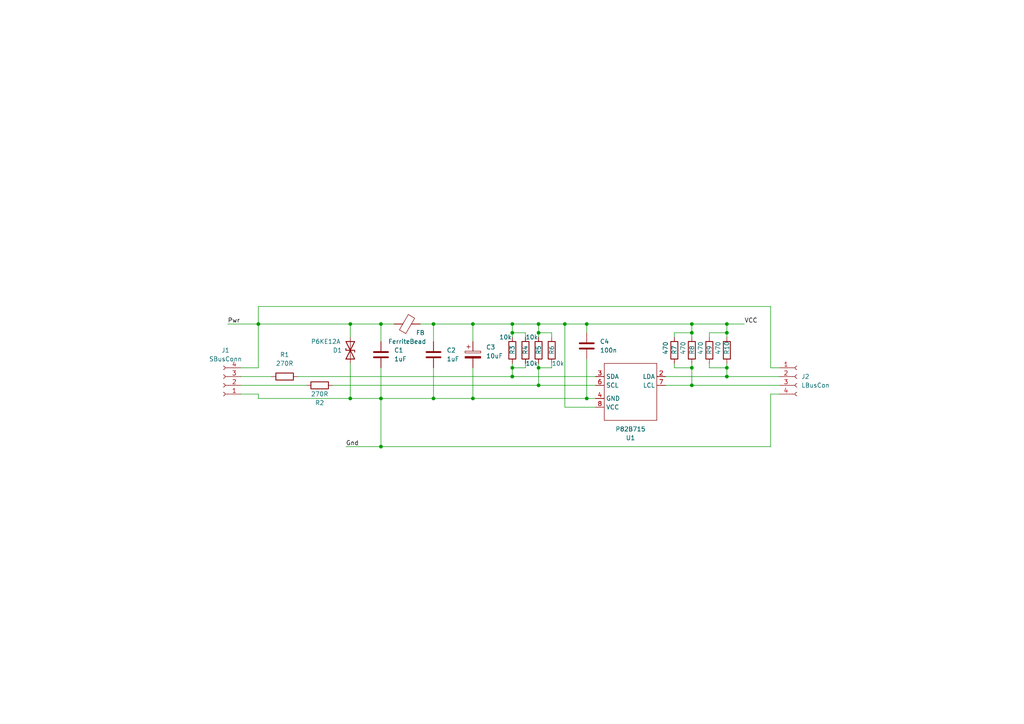
<source format=kicad_sch>
(kicad_sch (version 20211123) (generator eeschema)
  (paper "A4")
  (lib_symbols
    (symbol "Connector:Conn_01x04_Female" (pin_names (offset 1.016) hide)
      (property "Reference" "J" (at 0 5.08 0))
      (property "Value" "Conn_01x04_Female" (at 0 -7.62 0))
      (symbol "Conn_01x04_Female_1_1"
        (arc (start 0 -4.572) (mid -0.508 -5.08) (end 0 -5.588) (stroke (width 0.1524)))
        (arc (start 0 -2.032) (mid -0.508 -2.54) (end 0 -3.048) (stroke (width 0.1524)))
        (polyline (pts (xy -1.27 -5.08) (xy -0.508 -5.08)) (stroke (width 0.1524)))
        (polyline (pts (xy -1.27 -2.54) (xy -0.508 -2.54)) (stroke (width 0.1524)))
        (polyline (pts (xy -1.27 0) (xy -0.508 0)) (stroke (width 0.1524)))
        (polyline (pts (xy -1.27 2.54) (xy -0.508 2.54)) (stroke (width 0.1524)))
        (arc (start 0 0.508) (mid -0.508 0) (end 0 -0.508) (stroke (width 0.1524)))
        (arc (start 0 3.048) (mid -0.508 2.54) (end 0 2.032) (stroke (width 0.1524)))
        (pin passive line (at -5.08 2.54 0) (length 3.81) (name "Pin_1") (number "1"))
        (pin passive line (at -5.08 0 0) (length 3.81) (name "Pin_2") (number "2"))
        (pin passive line (at -5.08 -2.54 0) (length 3.81) (name "Pin_3") (number "3"))
        (pin passive line (at -5.08 -5.08 0) (length 3.81) (name "Pin_4") (number "4"))
      )
    )
    (symbol "Device:C" (pin_numbers hide) (pin_names (offset 0.254))
      (property "Reference" "C" (at 0.635 2.54 0))
      (property "Value" "C" (at 0.635 -2.54 0))
      (symbol "C_0_1"
        (polyline (pts (xy -2.032 -0.762) (xy 2.032 -0.762)) (stroke (width 0.508)))
        (polyline (pts (xy -2.032 0.762) (xy 2.032 0.762)) (stroke (width 0.508)))
      )
      (symbol "C_1_1"
        (pin passive line (at 0 3.81 270) (length 2.794) (name "~") (number "1"))
        (pin passive line (at 0 -3.81 90) (length 2.794) (name "~") (number "2"))
      )
    )
    (symbol "Device:C_Polarized" (pin_numbers hide) (pin_names (offset 0.254))
      (property "Reference" "C" (at 0.635 2.54 0))
      (property "Value" "C_Polarized" (at 0.635 -2.54 0))
      (symbol "C_Polarized_0_1"
        (rectangle (start -2.286 0.508) (end 2.286 1.016))
        (polyline (pts (xy -1.778 2.286) (xy -0.762 2.286)))
        (polyline (pts (xy -1.27 2.794) (xy -1.27 1.778)))
        (rectangle (start 2.286 -0.508) (end -2.286 -1.016) (fill (type outline)))
      )
      (symbol "C_Polarized_1_1"
        (pin passive line (at 0 3.81 270) (length 2.794) (name "~") (number "1"))
        (pin passive line (at 0 -3.81 90) (length 2.794) (name "~") (number "2"))
      )
    )
    (symbol "Device:D_TVS" (pin_numbers hide) (pin_names (offset 1.016) hide)
      (property "Reference" "D" (at 0 2.54 0))
      (property "Value" "D_TVS" (at 0 -2.54 0))
      (symbol "D_TVS_0_1"
        (polyline (pts (xy 1.27 0) (xy -1.27 0)))
        (polyline (pts (xy 0.508 1.27) (xy 0 1.27) (xy 0 -1.27) (xy -0.508 -1.27)) (stroke (width 0.254)))
        (polyline (pts (xy -2.54 1.27) (xy -2.54 -1.27) (xy 2.54 1.27) (xy 2.54 -1.27) (xy -2.54 1.27)) (stroke (width 0.254)))
      )
      (symbol "D_TVS_1_1"
        (pin passive line (at -3.81 0 0) (length 2.54) (name "A1") (number "1"))
        (pin passive line (at 3.81 0 180) (length 2.54) (name "A2") (number "2"))
      )
    )
    (symbol "Device:FerriteBead" (pin_numbers hide) (pin_names (offset 0))
      (property "Reference" "FB" (at -3.81 0.635 90))
      (property "Value" "FerriteBead" (at 3.81 0 90))
      (symbol "FerriteBead_0_1"
        (polyline (pts (xy 0 -1.27) (xy 0 -1.2192)))
        (polyline (pts (xy 0 1.27) (xy 0 1.2954)))
        (polyline (pts (xy -2.7686 0.4064) (xy -1.7018 2.2606) (xy 2.7686 -0.3048) (xy 1.6764 -2.159) (xy -2.7686 0.4064)))
      )
      (symbol "FerriteBead_1_1"
        (pin passive line (at 0 3.81 270) (length 2.54) (name "~") (number "1"))
        (pin passive line (at 0 -3.81 90) (length 2.54) (name "~") (number "2"))
      )
    )
    (symbol "Device:R" (pin_numbers hide) (pin_names (offset 0))
      (property "Reference" "R" (at 2.032 0 90))
      (property "Value" "R" (at 0 0 90))
      (symbol "R_0_1"
        (rectangle (start -1.016 -2.54) (end 1.016 2.54) (stroke (width 0.254)))
      )
      (symbol "R_1_1"
        (pin passive line (at 0 3.81 270) (length 1.27) (name "~") (number "1"))
        (pin passive line (at 0 -3.81 90) (length 1.27) (name "~") (number "2"))
      )
    )
    (symbol "I2CBusExtender:P82B715"
      (property "Reference" "U" (at 0 0 0))
      (property "Value" "P82B715" (at 0 -16.51 0))
      (symbol "P82B715_0_1"
        (rectangle (start -7.62 -1.27) (end 7.62 -17.78) (stroke (width 0.1524)))
      )
      (symbol "P82B715_1_1"
        (pin bidirectional line (at 10.16 -5.08 180) (length 2.54) (name "LDA") (number "2"))
        (pin bidirectional line (at -10.16 -5.08 0) (length 2.54) (name "SDA") (number "3"))
        (pin power_in line (at -10.16 -11.43 0) (length 2.54) (name "GND") (number "4"))
        (pin bidirectional line (at -10.16 -7.62 0) (length 2.54) (name "SCL") (number "6"))
        (pin bidirectional line (at 10.16 -7.62 180) (length 2.54) (name "LCL") (number "7"))
        (pin power_in line (at -10.16 -13.97 0) (length 2.54) (name "VCC") (number "8"))
      )
    )
  )
  (junction (at 200.66 93.98))
  (junction (at 156.21 111.76))
  (junction (at 200.66 111.76))
  (junction (at 163.83 93.98))
  (junction (at 148.59 106.68))
  (junction (at 148.59 93.98))
  (junction (at 101.6 115.57))
  (junction (at 200.66 96.52))
  (junction (at 101.6 93.98))
  (junction (at 210.82 109.22))
  (junction (at 137.16 93.98))
  (junction (at 110.49 129.54))
  (junction (at 156.21 106.68))
  (junction (at 210.82 93.98))
  (junction (at 110.49 93.98))
  (junction (at 148.59 109.22))
  (junction (at 125.73 115.57))
  (junction (at 125.73 93.98))
  (junction (at 148.59 96.52))
  (junction (at 210.82 96.52))
  (junction (at 200.66 106.68))
  (junction (at 156.21 93.98))
  (junction (at 170.18 93.98))
  (junction (at 74.93 93.98))
  (junction (at 210.82 106.68))
  (junction (at 170.18 115.57))
  (junction (at 137.16 115.57))
  (junction (at 156.21 96.52))
  (junction (at 110.49 115.57))
  (wire (pts (xy 125.73 106.68) (xy 125.73 115.57)))
  (wire (pts (xy 226.06 114.3) (xy 223.52 114.3)))
  (wire (pts (xy 156.21 96.52) (xy 156.21 97.79)))
  (wire (pts (xy 74.93 88.9) (xy 74.93 93.98)))
  (wire (pts (xy 223.52 114.3) (xy 223.52 129.54)))
  (wire (pts (xy 205.74 106.68) (xy 210.82 106.68)))
  (wire (pts (xy 110.49 93.98) (xy 110.49 99.06)))
  (wire (pts (xy 200.66 97.79) (xy 200.66 96.52)))
  (wire (pts (xy 110.49 115.57) (xy 110.49 129.54)))
  (wire (pts (xy 125.73 93.98) (xy 125.73 99.06)))
  (wire (pts (xy 170.18 115.57) (xy 172.72 115.57)))
  (wire (pts (xy 74.93 88.9) (xy 223.52 88.9)))
  (wire (pts (xy 148.59 93.98) (xy 148.59 96.52)))
  (wire (pts (xy 193.04 109.22) (xy 210.82 109.22)))
  (wire (pts (xy 74.93 106.68) (xy 69.85 106.68)))
  (wire (pts (xy 200.66 111.76) (xy 200.66 106.68)))
  (wire (pts (xy 163.83 118.11) (xy 172.72 118.11)))
  (wire (pts (xy 163.83 93.98) (xy 163.83 118.11)))
  (wire (pts (xy 200.66 93.98) (xy 210.82 93.98)))
  (wire (pts (xy 148.59 105.41) (xy 148.59 106.68)))
  (wire (pts (xy 110.49 129.54) (xy 223.52 129.54)))
  (wire (pts (xy 86.36 109.22) (xy 148.59 109.22)))
  (wire (pts (xy 195.58 96.52) (xy 200.66 96.52)))
  (wire (pts (xy 74.93 93.98) (xy 101.6 93.98)))
  (wire (pts (xy 195.58 105.41) (xy 195.58 106.68)))
  (wire (pts (xy 69.85 114.3) (xy 74.93 114.3)))
  (wire (pts (xy 210.82 109.22) (xy 226.06 109.22)))
  (wire (pts (xy 101.6 93.98) (xy 110.49 93.98)))
  (wire (pts (xy 170.18 104.14) (xy 170.18 115.57)))
  (wire (pts (xy 226.06 106.68) (xy 223.52 106.68)))
  (wire (pts (xy 121.92 93.98) (xy 125.73 93.98)))
  (wire (pts (xy 125.73 93.98) (xy 137.16 93.98)))
  (wire (pts (xy 210.82 93.98) (xy 215.9 93.98)))
  (wire (pts (xy 205.74 96.52) (xy 210.82 96.52)))
  (wire (pts (xy 170.18 93.98) (xy 170.18 96.52)))
  (wire (pts (xy 101.6 105.41) (xy 101.6 115.57)))
  (wire (pts (xy 156.21 96.52) (xy 160.02 96.52)))
  (wire (pts (xy 205.74 105.41) (xy 205.74 106.68)))
  (wire (pts (xy 205.74 97.79) (xy 205.74 96.52)))
  (wire (pts (xy 152.4 105.41) (xy 152.4 106.68)))
  (wire (pts (xy 101.6 93.98) (xy 101.6 97.79)))
  (wire (pts (xy 74.93 114.3) (xy 74.93 115.57)))
  (wire (pts (xy 156.21 106.68) (xy 156.21 111.76)))
  (wire (pts (xy 148.59 93.98) (xy 156.21 93.98)))
  (wire (pts (xy 74.93 115.57) (xy 101.6 115.57)))
  (wire (pts (xy 160.02 105.41) (xy 160.02 106.68)))
  (wire (pts (xy 200.66 96.52) (xy 200.66 93.98)))
  (wire (pts (xy 195.58 106.68) (xy 200.66 106.68)))
  (wire (pts (xy 148.59 96.52) (xy 152.4 96.52)))
  (wire (pts (xy 160.02 97.79) (xy 160.02 96.52)))
  (wire (pts (xy 74.93 93.98) (xy 74.93 106.68)))
  (wire (pts (xy 210.82 96.52) (xy 210.82 93.98)))
  (wire (pts (xy 110.49 115.57) (xy 125.73 115.57)))
  (wire (pts (xy 96.52 111.76) (xy 156.21 111.76)))
  (wire (pts (xy 210.82 106.68) (xy 210.82 105.41)))
  (wire (pts (xy 163.83 93.98) (xy 170.18 93.98)))
  (wire (pts (xy 110.49 106.68) (xy 110.49 115.57)))
  (wire (pts (xy 210.82 106.68) (xy 210.82 109.22)))
  (wire (pts (xy 200.66 111.76) (xy 226.06 111.76)))
  (wire (pts (xy 156.21 111.76) (xy 172.72 111.76)))
  (wire (pts (xy 156.21 106.68) (xy 160.02 106.68)))
  (wire (pts (xy 69.85 111.76) (xy 88.9 111.76)))
  (wire (pts (xy 101.6 115.57) (xy 110.49 115.57)))
  (wire (pts (xy 137.16 106.68) (xy 137.16 115.57)))
  (wire (pts (xy 148.59 106.68) (xy 148.59 109.22)))
  (wire (pts (xy 66.04 93.98) (xy 74.93 93.98)))
  (wire (pts (xy 156.21 93.98) (xy 163.83 93.98)))
  (wire (pts (xy 148.59 106.68) (xy 152.4 106.68)))
  (wire (pts (xy 152.4 97.79) (xy 152.4 96.52)))
  (wire (pts (xy 223.52 106.68) (xy 223.52 88.9)))
  (wire (pts (xy 210.82 97.79) (xy 210.82 96.52)))
  (wire (pts (xy 156.21 93.98) (xy 156.21 96.52)))
  (wire (pts (xy 148.59 96.52) (xy 148.59 97.79)))
  (wire (pts (xy 69.85 109.22) (xy 78.74 109.22)))
  (wire (pts (xy 137.16 93.98) (xy 137.16 99.06)))
  (wire (pts (xy 193.04 111.76) (xy 200.66 111.76)))
  (wire (pts (xy 156.21 105.41) (xy 156.21 106.68)))
  (wire (pts (xy 148.59 109.22) (xy 172.72 109.22)))
  (wire (pts (xy 170.18 93.98) (xy 200.66 93.98)))
  (wire (pts (xy 200.66 106.68) (xy 200.66 105.41)))
  (wire (pts (xy 110.49 93.98) (xy 114.3 93.98)))
  (wire (pts (xy 195.58 97.79) (xy 195.58 96.52)))
  (wire (pts (xy 137.16 115.57) (xy 170.18 115.57)))
  (wire (pts (xy 100.33 129.54) (xy 110.49 129.54)))
  (wire (pts (xy 125.73 115.57) (xy 137.16 115.57)))
  (wire (pts (xy 137.16 93.98) (xy 148.59 93.98)))
  (label "Pwr" (at 66.04 93.98 0))
  (label "VCC" (at 215.9 93.98 0))
  (label "Gnd" (at 100.33 129.54 0))
  (symbol (lib_id "Device:R") (at 82.55 109.22 270) (unit 1)
    (property "Reference" "R1" (at 82.55 102.87 90))
    (property "Value" "270R" (at 82.55 105.41 90))
    (property "Footprint" "Resistor_THT:R_Axial_DIN0207_L6.3mm_D2.5mm_P7.62mm_Horizontal" (effects hide))
  )
  (symbol (lib_id "Device:R") (at 200.66 101.6 180) (unit 1)
    (property "Reference" "R8" (at 200.66 102.87 90) (effects (justify right)))
    (property "Value" "470" (at 198.12 102.87 90) (effects (justify right)))
    (property "Footprint" "Resistor_THT:R_Axial_DIN0207_L6.3mm_D2.5mm_P5.08mm_Vertical" (effects hide))
  )
  (symbol (lib_id "Device:FerriteBead") (at 118.11 93.98 90) (unit 1)
    (property "Reference" "FB" (at 121.92 96.52 90))
    (property "Value" "FerriteBead" (at 118.11 99.06 90))
    (property "Footprint" "I2CBusExtender:EXCEL_DR35C" (effects hide))
  )
  (symbol (lib_id "Connector:Conn_01x04_Female") (at 64.77 111.76 180) (unit 1)
    (property "Reference" "J1" (at 65.405 101.6 0))
    (property "Value" "SBusConn" (at 65.405 104.14 0))
    (property "Footprint" "Connector_Wire:SolderWire-0.5sqmm_1x04_P4.6mm_D0.9mm_OD2.1mm_Relief" (effects hide))
  )
  (symbol (lib_id "Device:R") (at 210.82 101.6 180) (unit 1)
    (property "Reference" "R10" (at 210.82 102.87 90) (effects (justify right)))
    (property "Value" "470" (at 208.28 102.87 90) (effects (justify right)))
    (property "Footprint" "Resistor_THT:R_Axial_DIN0207_L6.3mm_D2.5mm_P5.08mm_Vertical" (effects hide))
  )
  (symbol (lib_id "Device:R") (at 205.74 101.6 180) (unit 1)
    (property "Reference" "R9" (at 205.74 102.87 90) (effects (justify right)))
    (property "Value" "470" (at 203.2 102.87 90) (effects (justify right)))
    (property "Footprint" "Resistor_SMD:R_1206_3216Metric_Pad1.30x1.75mm_HandSolder" (effects hide))
  )
  (symbol (lib_id "Device:R") (at 195.58 101.6 180) (unit 1)
    (property "Reference" "R7" (at 195.58 102.87 90) (effects (justify right)))
    (property "Value" "470" (at 193.04 102.87 90) (effects (justify right)))
    (property "Footprint" "Resistor_SMD:R_1206_3216Metric_Pad1.30x1.75mm_HandSolder" (effects hide))
  )
  (symbol (lib_id "Device:D_TVS") (at 101.6 101.6 90) (unit 1)
    (property "Reference" "D1" (at 96.52 101.6 90) (effects (justify right)))
    (property "Value" "P6KE12A" (at 90.17 99.06 90) (effects (justify right)))
    (property "Footprint" "Diode_THT:D_DO-15_P12.70mm_Horizontal" (effects hide))
  )
  (symbol (lib_id "Device:C") (at 125.73 102.87 0) (unit 1)
    (property "Reference" "C2" (at 129.54 101.5999 0) (effects (justify left)))
    (property "Value" "1uF" (at 129.54 104.1399 0) (effects (justify left)))
    (property "Footprint" "Capacitor_SMD:C_1206_3216Metric_Pad1.33x1.80mm_HandSolder" (effects hide))
  )
  (symbol (lib_id "Device:R") (at 156.21 101.6 180) (unit 1)
    (property "Reference" "R5" (at 156.21 102.87 90) (effects (justify right)))
    (property "Value" "10k" (at 152.4 97.79 0) (effects (justify right)))
    (property "Footprint" "Resistor_THT:R_Axial_DIN0207_L6.3mm_D2.5mm_P5.08mm_Vertical" (effects hide))
  )
  (symbol (lib_id "Device:R") (at 92.71 111.76 270) (unit 1)
    (property "Reference" "R2" (at 92.71 116.84 90))
    (property "Value" "270R" (at 92.71 114.3 90))
    (property "Footprint" "Resistor_THT:R_Axial_DIN0207_L6.3mm_D2.5mm_P7.62mm_Horizontal" (effects hide))
  )
  (symbol (lib_id "Device:R") (at 152.4 101.6 180) (unit 1)
    (property "Reference" "R4" (at 152.4 102.87 90) (effects (justify right)))
    (property "Value" "10k" (at 152.4 105.41 0) (effects (justify right)))
    (property "Footprint" "Resistor_SMD:R_1206_3216Metric_Pad1.30x1.75mm_HandSolder" (effects hide))
  )
  (symbol (lib_id "Device:C") (at 170.18 100.33 0) (unit 1)
    (property "Reference" "C4" (at 173.99 99.0599 0) (effects (justify left)))
    (property "Value" "100n" (at 173.99 101.5999 0) (effects (justify left)))
    (property "Footprint" "Capacitor_SMD:C_1206_3216Metric_Pad1.33x1.80mm_HandSolder" (effects hide))
  )
  (symbol (lib_id "I2CBusExtender:P82B715") (at 182.88 104.14 0) (unit 1)
    (property "Reference" "U1" (at 182.88 127 0))
    (property "Value" "P82B715" (at 182.88 124.46 0))
    (property "Footprint" "Package_SO:SO-8_3.9x4.9mm_P1.27mm" (effects hide))
  )
  (symbol (lib_id "Device:R") (at 160.02 101.6 180) (unit 1)
    (property "Reference" "R6" (at 160.02 102.87 90) (effects (justify right)))
    (property "Value" "10k" (at 160.02 105.41 0) (effects (justify right)))
    (property "Footprint" "Resistor_SMD:R_1206_3216Metric_Pad1.30x1.75mm_HandSolder" (effects hide))
  )
  (symbol (lib_id "Device:C") (at 110.49 102.87 0) (unit 1)
    (property "Reference" "C1" (at 114.3 101.5999 0) (effects (justify left)))
    (property "Value" "1uF" (at 114.3 104.1399 0) (effects (justify left)))
    (property "Footprint" "Capacitor_SMD:C_1206_3216Metric_Pad1.33x1.80mm_HandSolder" (effects hide))
  )
  (symbol (lib_id "Device:R") (at 148.59 101.6 180) (unit 1)
    (property "Reference" "R3" (at 148.59 102.87 90) (effects (justify right)))
    (property "Value" "10k" (at 144.78 97.79 0) (effects (justify right)))
    (property "Footprint" "Resistor_THT:R_Axial_DIN0207_L6.3mm_D2.5mm_P5.08mm_Vertical" (effects hide))
  )
  (symbol (lib_id "Device:C_Polarized") (at 137.16 102.87 0) (unit 1)
    (property "Reference" "C3" (at 140.97 100.7109 0) (effects (justify left)))
    (property "Value" "10uF" (at 140.97 103.2509 0) (effects (justify left)))
    (property "Footprint" "Capacitor_THT:CP_Radial_D5.0mm_P2.00mm" (effects hide))
  )
  (symbol (lib_id "Connector:Conn_01x04_Female") (at 231.14 109.22 0) (unit 1)
    (property "Reference" "J2" (at 232.41 109.2199 0) (effects (justify left)))
    (property "Value" "LBusCon" (at 232.41 111.7599 0) (effects (justify left)))
    (property "Footprint" "Connector_Wire:SolderWire-0.5sqmm_1x04_P4.6mm_D0.9mm_OD2.1mm_Relief" (effects hide))
  )
)
</source>
